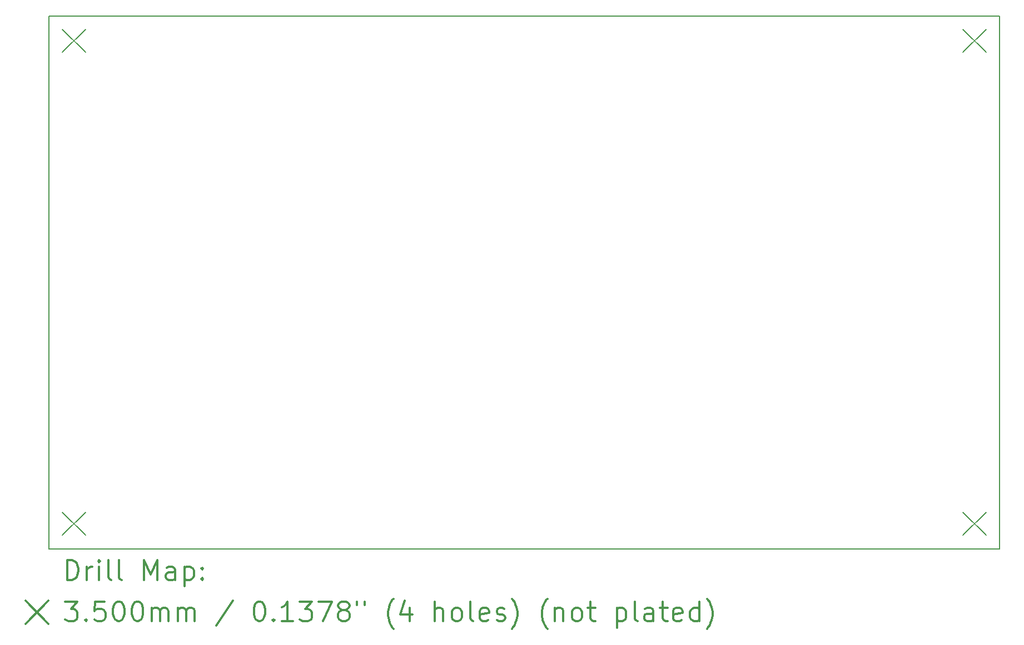
<source format=gbr>
%FSLAX45Y45*%
G04 Gerber Fmt 4.5, Leading zero omitted, Abs format (unit mm)*
G04 Created by KiCad (PCBNEW (5.1.10)-1) date 2023-11-24 10:20:04*
%MOMM*%
%LPD*%
G01*
G04 APERTURE LIST*
%TA.AperFunction,Profile*%
%ADD10C,0.150000*%
%TD*%
%ADD11C,0.200000*%
%ADD12C,0.300000*%
G04 APERTURE END LIST*
D10*
X6350000Y-13208000D02*
X6350000Y-5080000D01*
X20828000Y-5080000D02*
X6350000Y-5080000D01*
X20828000Y-13208000D02*
X20828000Y-5080000D01*
X6350000Y-13208000D02*
X20828000Y-13208000D01*
D11*
X6556000Y-5286000D02*
X6906000Y-5636000D01*
X6906000Y-5286000D02*
X6556000Y-5636000D01*
X6556000Y-12652000D02*
X6906000Y-13002000D01*
X6906000Y-12652000D02*
X6556000Y-13002000D01*
X20272000Y-5286000D02*
X20622000Y-5636000D01*
X20622000Y-5286000D02*
X20272000Y-5636000D01*
X20272000Y-12652000D02*
X20622000Y-13002000D01*
X20622000Y-12652000D02*
X20272000Y-13002000D01*
D12*
X6628928Y-13681214D02*
X6628928Y-13381214D01*
X6700357Y-13381214D01*
X6743214Y-13395500D01*
X6771786Y-13424071D01*
X6786071Y-13452643D01*
X6800357Y-13509786D01*
X6800357Y-13552643D01*
X6786071Y-13609786D01*
X6771786Y-13638357D01*
X6743214Y-13666929D01*
X6700357Y-13681214D01*
X6628928Y-13681214D01*
X6928928Y-13681214D02*
X6928928Y-13481214D01*
X6928928Y-13538357D02*
X6943214Y-13509786D01*
X6957500Y-13495500D01*
X6986071Y-13481214D01*
X7014643Y-13481214D01*
X7114643Y-13681214D02*
X7114643Y-13481214D01*
X7114643Y-13381214D02*
X7100357Y-13395500D01*
X7114643Y-13409786D01*
X7128928Y-13395500D01*
X7114643Y-13381214D01*
X7114643Y-13409786D01*
X7300357Y-13681214D02*
X7271786Y-13666929D01*
X7257500Y-13638357D01*
X7257500Y-13381214D01*
X7457500Y-13681214D02*
X7428928Y-13666929D01*
X7414643Y-13638357D01*
X7414643Y-13381214D01*
X7800357Y-13681214D02*
X7800357Y-13381214D01*
X7900357Y-13595500D01*
X8000357Y-13381214D01*
X8000357Y-13681214D01*
X8271786Y-13681214D02*
X8271786Y-13524071D01*
X8257500Y-13495500D01*
X8228928Y-13481214D01*
X8171786Y-13481214D01*
X8143214Y-13495500D01*
X8271786Y-13666929D02*
X8243214Y-13681214D01*
X8171786Y-13681214D01*
X8143214Y-13666929D01*
X8128928Y-13638357D01*
X8128928Y-13609786D01*
X8143214Y-13581214D01*
X8171786Y-13566929D01*
X8243214Y-13566929D01*
X8271786Y-13552643D01*
X8414643Y-13481214D02*
X8414643Y-13781214D01*
X8414643Y-13495500D02*
X8443214Y-13481214D01*
X8500357Y-13481214D01*
X8528928Y-13495500D01*
X8543214Y-13509786D01*
X8557500Y-13538357D01*
X8557500Y-13624071D01*
X8543214Y-13652643D01*
X8528928Y-13666929D01*
X8500357Y-13681214D01*
X8443214Y-13681214D01*
X8414643Y-13666929D01*
X8686071Y-13652643D02*
X8700357Y-13666929D01*
X8686071Y-13681214D01*
X8671786Y-13666929D01*
X8686071Y-13652643D01*
X8686071Y-13681214D01*
X8686071Y-13495500D02*
X8700357Y-13509786D01*
X8686071Y-13524071D01*
X8671786Y-13509786D01*
X8686071Y-13495500D01*
X8686071Y-13524071D01*
X5992500Y-14000500D02*
X6342500Y-14350500D01*
X6342500Y-14000500D02*
X5992500Y-14350500D01*
X6600357Y-14011214D02*
X6786071Y-14011214D01*
X6686071Y-14125500D01*
X6728928Y-14125500D01*
X6757500Y-14139786D01*
X6771786Y-14154071D01*
X6786071Y-14182643D01*
X6786071Y-14254071D01*
X6771786Y-14282643D01*
X6757500Y-14296929D01*
X6728928Y-14311214D01*
X6643214Y-14311214D01*
X6614643Y-14296929D01*
X6600357Y-14282643D01*
X6914643Y-14282643D02*
X6928928Y-14296929D01*
X6914643Y-14311214D01*
X6900357Y-14296929D01*
X6914643Y-14282643D01*
X6914643Y-14311214D01*
X7200357Y-14011214D02*
X7057500Y-14011214D01*
X7043214Y-14154071D01*
X7057500Y-14139786D01*
X7086071Y-14125500D01*
X7157500Y-14125500D01*
X7186071Y-14139786D01*
X7200357Y-14154071D01*
X7214643Y-14182643D01*
X7214643Y-14254071D01*
X7200357Y-14282643D01*
X7186071Y-14296929D01*
X7157500Y-14311214D01*
X7086071Y-14311214D01*
X7057500Y-14296929D01*
X7043214Y-14282643D01*
X7400357Y-14011214D02*
X7428928Y-14011214D01*
X7457500Y-14025500D01*
X7471786Y-14039786D01*
X7486071Y-14068357D01*
X7500357Y-14125500D01*
X7500357Y-14196929D01*
X7486071Y-14254071D01*
X7471786Y-14282643D01*
X7457500Y-14296929D01*
X7428928Y-14311214D01*
X7400357Y-14311214D01*
X7371786Y-14296929D01*
X7357500Y-14282643D01*
X7343214Y-14254071D01*
X7328928Y-14196929D01*
X7328928Y-14125500D01*
X7343214Y-14068357D01*
X7357500Y-14039786D01*
X7371786Y-14025500D01*
X7400357Y-14011214D01*
X7686071Y-14011214D02*
X7714643Y-14011214D01*
X7743214Y-14025500D01*
X7757500Y-14039786D01*
X7771786Y-14068357D01*
X7786071Y-14125500D01*
X7786071Y-14196929D01*
X7771786Y-14254071D01*
X7757500Y-14282643D01*
X7743214Y-14296929D01*
X7714643Y-14311214D01*
X7686071Y-14311214D01*
X7657500Y-14296929D01*
X7643214Y-14282643D01*
X7628928Y-14254071D01*
X7614643Y-14196929D01*
X7614643Y-14125500D01*
X7628928Y-14068357D01*
X7643214Y-14039786D01*
X7657500Y-14025500D01*
X7686071Y-14011214D01*
X7914643Y-14311214D02*
X7914643Y-14111214D01*
X7914643Y-14139786D02*
X7928928Y-14125500D01*
X7957500Y-14111214D01*
X8000357Y-14111214D01*
X8028928Y-14125500D01*
X8043214Y-14154071D01*
X8043214Y-14311214D01*
X8043214Y-14154071D02*
X8057500Y-14125500D01*
X8086071Y-14111214D01*
X8128928Y-14111214D01*
X8157500Y-14125500D01*
X8171786Y-14154071D01*
X8171786Y-14311214D01*
X8314643Y-14311214D02*
X8314643Y-14111214D01*
X8314643Y-14139786D02*
X8328928Y-14125500D01*
X8357500Y-14111214D01*
X8400357Y-14111214D01*
X8428928Y-14125500D01*
X8443214Y-14154071D01*
X8443214Y-14311214D01*
X8443214Y-14154071D02*
X8457500Y-14125500D01*
X8486071Y-14111214D01*
X8528928Y-14111214D01*
X8557500Y-14125500D01*
X8571786Y-14154071D01*
X8571786Y-14311214D01*
X9157500Y-13996929D02*
X8900357Y-14382643D01*
X9543214Y-14011214D02*
X9571786Y-14011214D01*
X9600357Y-14025500D01*
X9614643Y-14039786D01*
X9628928Y-14068357D01*
X9643214Y-14125500D01*
X9643214Y-14196929D01*
X9628928Y-14254071D01*
X9614643Y-14282643D01*
X9600357Y-14296929D01*
X9571786Y-14311214D01*
X9543214Y-14311214D01*
X9514643Y-14296929D01*
X9500357Y-14282643D01*
X9486071Y-14254071D01*
X9471786Y-14196929D01*
X9471786Y-14125500D01*
X9486071Y-14068357D01*
X9500357Y-14039786D01*
X9514643Y-14025500D01*
X9543214Y-14011214D01*
X9771786Y-14282643D02*
X9786071Y-14296929D01*
X9771786Y-14311214D01*
X9757500Y-14296929D01*
X9771786Y-14282643D01*
X9771786Y-14311214D01*
X10071786Y-14311214D02*
X9900357Y-14311214D01*
X9986071Y-14311214D02*
X9986071Y-14011214D01*
X9957500Y-14054071D01*
X9928928Y-14082643D01*
X9900357Y-14096929D01*
X10171786Y-14011214D02*
X10357500Y-14011214D01*
X10257500Y-14125500D01*
X10300357Y-14125500D01*
X10328928Y-14139786D01*
X10343214Y-14154071D01*
X10357500Y-14182643D01*
X10357500Y-14254071D01*
X10343214Y-14282643D01*
X10328928Y-14296929D01*
X10300357Y-14311214D01*
X10214643Y-14311214D01*
X10186071Y-14296929D01*
X10171786Y-14282643D01*
X10457500Y-14011214D02*
X10657500Y-14011214D01*
X10528928Y-14311214D01*
X10814643Y-14139786D02*
X10786071Y-14125500D01*
X10771786Y-14111214D01*
X10757500Y-14082643D01*
X10757500Y-14068357D01*
X10771786Y-14039786D01*
X10786071Y-14025500D01*
X10814643Y-14011214D01*
X10871786Y-14011214D01*
X10900357Y-14025500D01*
X10914643Y-14039786D01*
X10928928Y-14068357D01*
X10928928Y-14082643D01*
X10914643Y-14111214D01*
X10900357Y-14125500D01*
X10871786Y-14139786D01*
X10814643Y-14139786D01*
X10786071Y-14154071D01*
X10771786Y-14168357D01*
X10757500Y-14196929D01*
X10757500Y-14254071D01*
X10771786Y-14282643D01*
X10786071Y-14296929D01*
X10814643Y-14311214D01*
X10871786Y-14311214D01*
X10900357Y-14296929D01*
X10914643Y-14282643D01*
X10928928Y-14254071D01*
X10928928Y-14196929D01*
X10914643Y-14168357D01*
X10900357Y-14154071D01*
X10871786Y-14139786D01*
X11043214Y-14011214D02*
X11043214Y-14068357D01*
X11157500Y-14011214D02*
X11157500Y-14068357D01*
X11600357Y-14425500D02*
X11586071Y-14411214D01*
X11557500Y-14368357D01*
X11543214Y-14339786D01*
X11528928Y-14296929D01*
X11514643Y-14225500D01*
X11514643Y-14168357D01*
X11528928Y-14096929D01*
X11543214Y-14054071D01*
X11557500Y-14025500D01*
X11586071Y-13982643D01*
X11600357Y-13968357D01*
X11843214Y-14111214D02*
X11843214Y-14311214D01*
X11771786Y-13996929D02*
X11700357Y-14211214D01*
X11886071Y-14211214D01*
X12228928Y-14311214D02*
X12228928Y-14011214D01*
X12357500Y-14311214D02*
X12357500Y-14154071D01*
X12343214Y-14125500D01*
X12314643Y-14111214D01*
X12271786Y-14111214D01*
X12243214Y-14125500D01*
X12228928Y-14139786D01*
X12543214Y-14311214D02*
X12514643Y-14296929D01*
X12500357Y-14282643D01*
X12486071Y-14254071D01*
X12486071Y-14168357D01*
X12500357Y-14139786D01*
X12514643Y-14125500D01*
X12543214Y-14111214D01*
X12586071Y-14111214D01*
X12614643Y-14125500D01*
X12628928Y-14139786D01*
X12643214Y-14168357D01*
X12643214Y-14254071D01*
X12628928Y-14282643D01*
X12614643Y-14296929D01*
X12586071Y-14311214D01*
X12543214Y-14311214D01*
X12814643Y-14311214D02*
X12786071Y-14296929D01*
X12771786Y-14268357D01*
X12771786Y-14011214D01*
X13043214Y-14296929D02*
X13014643Y-14311214D01*
X12957500Y-14311214D01*
X12928928Y-14296929D01*
X12914643Y-14268357D01*
X12914643Y-14154071D01*
X12928928Y-14125500D01*
X12957500Y-14111214D01*
X13014643Y-14111214D01*
X13043214Y-14125500D01*
X13057500Y-14154071D01*
X13057500Y-14182643D01*
X12914643Y-14211214D01*
X13171786Y-14296929D02*
X13200357Y-14311214D01*
X13257500Y-14311214D01*
X13286071Y-14296929D01*
X13300357Y-14268357D01*
X13300357Y-14254071D01*
X13286071Y-14225500D01*
X13257500Y-14211214D01*
X13214643Y-14211214D01*
X13186071Y-14196929D01*
X13171786Y-14168357D01*
X13171786Y-14154071D01*
X13186071Y-14125500D01*
X13214643Y-14111214D01*
X13257500Y-14111214D01*
X13286071Y-14125500D01*
X13400357Y-14425500D02*
X13414643Y-14411214D01*
X13443214Y-14368357D01*
X13457500Y-14339786D01*
X13471786Y-14296929D01*
X13486071Y-14225500D01*
X13486071Y-14168357D01*
X13471786Y-14096929D01*
X13457500Y-14054071D01*
X13443214Y-14025500D01*
X13414643Y-13982643D01*
X13400357Y-13968357D01*
X13943214Y-14425500D02*
X13928928Y-14411214D01*
X13900357Y-14368357D01*
X13886071Y-14339786D01*
X13871786Y-14296929D01*
X13857500Y-14225500D01*
X13857500Y-14168357D01*
X13871786Y-14096929D01*
X13886071Y-14054071D01*
X13900357Y-14025500D01*
X13928928Y-13982643D01*
X13943214Y-13968357D01*
X14057500Y-14111214D02*
X14057500Y-14311214D01*
X14057500Y-14139786D02*
X14071786Y-14125500D01*
X14100357Y-14111214D01*
X14143214Y-14111214D01*
X14171786Y-14125500D01*
X14186071Y-14154071D01*
X14186071Y-14311214D01*
X14371786Y-14311214D02*
X14343214Y-14296929D01*
X14328928Y-14282643D01*
X14314643Y-14254071D01*
X14314643Y-14168357D01*
X14328928Y-14139786D01*
X14343214Y-14125500D01*
X14371786Y-14111214D01*
X14414643Y-14111214D01*
X14443214Y-14125500D01*
X14457500Y-14139786D01*
X14471786Y-14168357D01*
X14471786Y-14254071D01*
X14457500Y-14282643D01*
X14443214Y-14296929D01*
X14414643Y-14311214D01*
X14371786Y-14311214D01*
X14557500Y-14111214D02*
X14671786Y-14111214D01*
X14600357Y-14011214D02*
X14600357Y-14268357D01*
X14614643Y-14296929D01*
X14643214Y-14311214D01*
X14671786Y-14311214D01*
X15000357Y-14111214D02*
X15000357Y-14411214D01*
X15000357Y-14125500D02*
X15028928Y-14111214D01*
X15086071Y-14111214D01*
X15114643Y-14125500D01*
X15128928Y-14139786D01*
X15143214Y-14168357D01*
X15143214Y-14254071D01*
X15128928Y-14282643D01*
X15114643Y-14296929D01*
X15086071Y-14311214D01*
X15028928Y-14311214D01*
X15000357Y-14296929D01*
X15314643Y-14311214D02*
X15286071Y-14296929D01*
X15271786Y-14268357D01*
X15271786Y-14011214D01*
X15557500Y-14311214D02*
X15557500Y-14154071D01*
X15543214Y-14125500D01*
X15514643Y-14111214D01*
X15457500Y-14111214D01*
X15428928Y-14125500D01*
X15557500Y-14296929D02*
X15528928Y-14311214D01*
X15457500Y-14311214D01*
X15428928Y-14296929D01*
X15414643Y-14268357D01*
X15414643Y-14239786D01*
X15428928Y-14211214D01*
X15457500Y-14196929D01*
X15528928Y-14196929D01*
X15557500Y-14182643D01*
X15657500Y-14111214D02*
X15771786Y-14111214D01*
X15700357Y-14011214D02*
X15700357Y-14268357D01*
X15714643Y-14296929D01*
X15743214Y-14311214D01*
X15771786Y-14311214D01*
X15986071Y-14296929D02*
X15957500Y-14311214D01*
X15900357Y-14311214D01*
X15871786Y-14296929D01*
X15857500Y-14268357D01*
X15857500Y-14154071D01*
X15871786Y-14125500D01*
X15900357Y-14111214D01*
X15957500Y-14111214D01*
X15986071Y-14125500D01*
X16000357Y-14154071D01*
X16000357Y-14182643D01*
X15857500Y-14211214D01*
X16257500Y-14311214D02*
X16257500Y-14011214D01*
X16257500Y-14296929D02*
X16228928Y-14311214D01*
X16171786Y-14311214D01*
X16143214Y-14296929D01*
X16128928Y-14282643D01*
X16114643Y-14254071D01*
X16114643Y-14168357D01*
X16128928Y-14139786D01*
X16143214Y-14125500D01*
X16171786Y-14111214D01*
X16228928Y-14111214D01*
X16257500Y-14125500D01*
X16371786Y-14425500D02*
X16386071Y-14411214D01*
X16414643Y-14368357D01*
X16428928Y-14339786D01*
X16443214Y-14296929D01*
X16457500Y-14225500D01*
X16457500Y-14168357D01*
X16443214Y-14096929D01*
X16428928Y-14054071D01*
X16414643Y-14025500D01*
X16386071Y-13982643D01*
X16371786Y-13968357D01*
M02*

</source>
